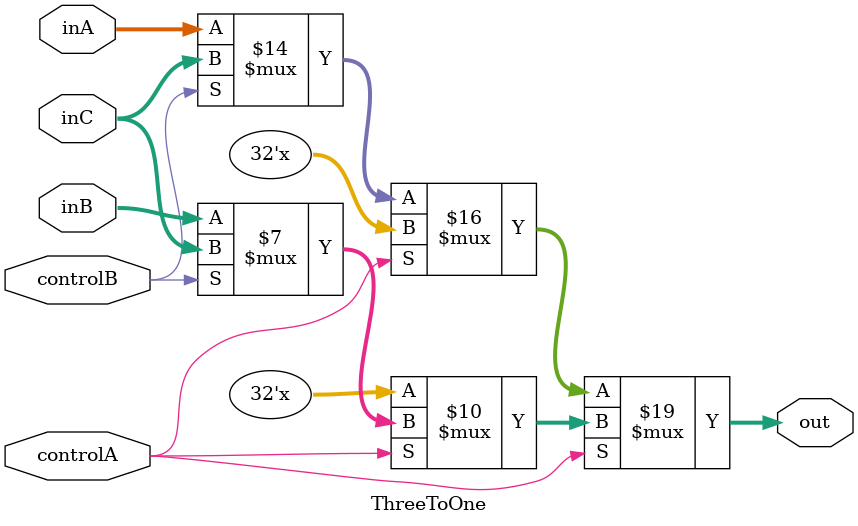
<source format=v>
`timescale 1ns / 1ps


module ThreeToOne(controlA, controlB, inA, inB, inC, out);

input controlA, controlB;
input [31:0] inA, inB, inC;
output reg [31:0] out;

always @(controlA or controlB or inA or inB or inC)
begin
    if(controlA == 0)
        begin
            if(controlB == 0)
                out = inA;
            else
                out = inC;
        end
    else
        begin
            if(controlB == 0)
                out = inB;
            else
                out = inC;
        end
end

initial begin
    out = 0;
end
endmodule
</source>
